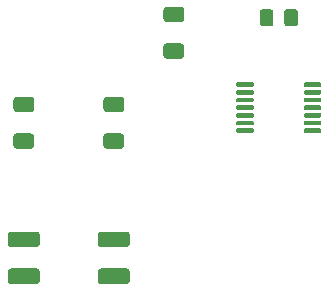
<source format=gtp>
G04 #@! TF.GenerationSoftware,KiCad,Pcbnew,(5.1.10)-1*
G04 #@! TF.CreationDate,2021-08-27T17:33:28-04:00*
G04 #@! TF.ProjectId,Coco3AppleRGB,436f636f-3341-4707-906c-655247422e6b,rev?*
G04 #@! TF.SameCoordinates,Original*
G04 #@! TF.FileFunction,Paste,Top*
G04 #@! TF.FilePolarity,Positive*
%FSLAX46Y46*%
G04 Gerber Fmt 4.6, Leading zero omitted, Abs format (unit mm)*
G04 Created by KiCad (PCBNEW (5.1.10)-1) date 2021-08-27 17:33:28*
%MOMM*%
%LPD*%
G01*
G04 APERTURE LIST*
G04 APERTURE END LIST*
G36*
G01*
X64939999Y-107580000D02*
X67140001Y-107580000D01*
G75*
G02*
X67390000Y-107829999I0J-249999D01*
G01*
X67390000Y-108655001D01*
G75*
G02*
X67140001Y-108905000I-249999J0D01*
G01*
X64939999Y-108905000D01*
G75*
G02*
X64690000Y-108655001I0J249999D01*
G01*
X64690000Y-107829999D01*
G75*
G02*
X64939999Y-107580000I249999J0D01*
G01*
G37*
G36*
G01*
X64939999Y-104455000D02*
X67140001Y-104455000D01*
G75*
G02*
X67390000Y-104704999I0J-249999D01*
G01*
X67390000Y-105530001D01*
G75*
G02*
X67140001Y-105780000I-249999J0D01*
G01*
X64939999Y-105780000D01*
G75*
G02*
X64690000Y-105530001I0J249999D01*
G01*
X64690000Y-104704999D01*
G75*
G02*
X64939999Y-104455000I249999J0D01*
G01*
G37*
G36*
G01*
X72559999Y-107580000D02*
X74760001Y-107580000D01*
G75*
G02*
X75010000Y-107829999I0J-249999D01*
G01*
X75010000Y-108655001D01*
G75*
G02*
X74760001Y-108905000I-249999J0D01*
G01*
X72559999Y-108905000D01*
G75*
G02*
X72310000Y-108655001I0J249999D01*
G01*
X72310000Y-107829999D01*
G75*
G02*
X72559999Y-107580000I249999J0D01*
G01*
G37*
G36*
G01*
X72559999Y-104455000D02*
X74760001Y-104455000D01*
G75*
G02*
X75010000Y-104704999I0J-249999D01*
G01*
X75010000Y-105530001D01*
G75*
G02*
X74760001Y-105780000I-249999J0D01*
G01*
X72559999Y-105780000D01*
G75*
G02*
X72310000Y-105530001I0J249999D01*
G01*
X72310000Y-104704999D01*
G75*
G02*
X72559999Y-104455000I249999J0D01*
G01*
G37*
G36*
G01*
X78115000Y-88530000D02*
X79365000Y-88530000D01*
G75*
G02*
X79615000Y-88780000I0J-250000D01*
G01*
X79615000Y-89580000D01*
G75*
G02*
X79365000Y-89830000I-250000J0D01*
G01*
X78115000Y-89830000D01*
G75*
G02*
X77865000Y-89580000I0J250000D01*
G01*
X77865000Y-88780000D01*
G75*
G02*
X78115000Y-88530000I250000J0D01*
G01*
G37*
G36*
G01*
X78115000Y-85430000D02*
X79365000Y-85430000D01*
G75*
G02*
X79615000Y-85680000I0J-250000D01*
G01*
X79615000Y-86480000D01*
G75*
G02*
X79365000Y-86730000I-250000J0D01*
G01*
X78115000Y-86730000D01*
G75*
G02*
X77865000Y-86480000I0J250000D01*
G01*
X77865000Y-85680000D01*
G75*
G02*
X78115000Y-85430000I250000J0D01*
G01*
G37*
G36*
G01*
X89755000Y-92130000D02*
X89755000Y-91930000D01*
G75*
G02*
X89855000Y-91830000I100000J0D01*
G01*
X91130000Y-91830000D01*
G75*
G02*
X91230000Y-91930000I0J-100000D01*
G01*
X91230000Y-92130000D01*
G75*
G02*
X91130000Y-92230000I-100000J0D01*
G01*
X89855000Y-92230000D01*
G75*
G02*
X89755000Y-92130000I0J100000D01*
G01*
G37*
G36*
G01*
X89755000Y-92780000D02*
X89755000Y-92580000D01*
G75*
G02*
X89855000Y-92480000I100000J0D01*
G01*
X91130000Y-92480000D01*
G75*
G02*
X91230000Y-92580000I0J-100000D01*
G01*
X91230000Y-92780000D01*
G75*
G02*
X91130000Y-92880000I-100000J0D01*
G01*
X89855000Y-92880000D01*
G75*
G02*
X89755000Y-92780000I0J100000D01*
G01*
G37*
G36*
G01*
X89755000Y-93430000D02*
X89755000Y-93230000D01*
G75*
G02*
X89855000Y-93130000I100000J0D01*
G01*
X91130000Y-93130000D01*
G75*
G02*
X91230000Y-93230000I0J-100000D01*
G01*
X91230000Y-93430000D01*
G75*
G02*
X91130000Y-93530000I-100000J0D01*
G01*
X89855000Y-93530000D01*
G75*
G02*
X89755000Y-93430000I0J100000D01*
G01*
G37*
G36*
G01*
X89755000Y-94080000D02*
X89755000Y-93880000D01*
G75*
G02*
X89855000Y-93780000I100000J0D01*
G01*
X91130000Y-93780000D01*
G75*
G02*
X91230000Y-93880000I0J-100000D01*
G01*
X91230000Y-94080000D01*
G75*
G02*
X91130000Y-94180000I-100000J0D01*
G01*
X89855000Y-94180000D01*
G75*
G02*
X89755000Y-94080000I0J100000D01*
G01*
G37*
G36*
G01*
X89755000Y-94730000D02*
X89755000Y-94530000D01*
G75*
G02*
X89855000Y-94430000I100000J0D01*
G01*
X91130000Y-94430000D01*
G75*
G02*
X91230000Y-94530000I0J-100000D01*
G01*
X91230000Y-94730000D01*
G75*
G02*
X91130000Y-94830000I-100000J0D01*
G01*
X89855000Y-94830000D01*
G75*
G02*
X89755000Y-94730000I0J100000D01*
G01*
G37*
G36*
G01*
X89755000Y-95380000D02*
X89755000Y-95180000D01*
G75*
G02*
X89855000Y-95080000I100000J0D01*
G01*
X91130000Y-95080000D01*
G75*
G02*
X91230000Y-95180000I0J-100000D01*
G01*
X91230000Y-95380000D01*
G75*
G02*
X91130000Y-95480000I-100000J0D01*
G01*
X89855000Y-95480000D01*
G75*
G02*
X89755000Y-95380000I0J100000D01*
G01*
G37*
G36*
G01*
X89755000Y-96030000D02*
X89755000Y-95830000D01*
G75*
G02*
X89855000Y-95730000I100000J0D01*
G01*
X91130000Y-95730000D01*
G75*
G02*
X91230000Y-95830000I0J-100000D01*
G01*
X91230000Y-96030000D01*
G75*
G02*
X91130000Y-96130000I-100000J0D01*
G01*
X89855000Y-96130000D01*
G75*
G02*
X89755000Y-96030000I0J100000D01*
G01*
G37*
G36*
G01*
X84030000Y-96030000D02*
X84030000Y-95830000D01*
G75*
G02*
X84130000Y-95730000I100000J0D01*
G01*
X85405000Y-95730000D01*
G75*
G02*
X85505000Y-95830000I0J-100000D01*
G01*
X85505000Y-96030000D01*
G75*
G02*
X85405000Y-96130000I-100000J0D01*
G01*
X84130000Y-96130000D01*
G75*
G02*
X84030000Y-96030000I0J100000D01*
G01*
G37*
G36*
G01*
X84030000Y-95380000D02*
X84030000Y-95180000D01*
G75*
G02*
X84130000Y-95080000I100000J0D01*
G01*
X85405000Y-95080000D01*
G75*
G02*
X85505000Y-95180000I0J-100000D01*
G01*
X85505000Y-95380000D01*
G75*
G02*
X85405000Y-95480000I-100000J0D01*
G01*
X84130000Y-95480000D01*
G75*
G02*
X84030000Y-95380000I0J100000D01*
G01*
G37*
G36*
G01*
X84030000Y-94730000D02*
X84030000Y-94530000D01*
G75*
G02*
X84130000Y-94430000I100000J0D01*
G01*
X85405000Y-94430000D01*
G75*
G02*
X85505000Y-94530000I0J-100000D01*
G01*
X85505000Y-94730000D01*
G75*
G02*
X85405000Y-94830000I-100000J0D01*
G01*
X84130000Y-94830000D01*
G75*
G02*
X84030000Y-94730000I0J100000D01*
G01*
G37*
G36*
G01*
X84030000Y-94080000D02*
X84030000Y-93880000D01*
G75*
G02*
X84130000Y-93780000I100000J0D01*
G01*
X85405000Y-93780000D01*
G75*
G02*
X85505000Y-93880000I0J-100000D01*
G01*
X85505000Y-94080000D01*
G75*
G02*
X85405000Y-94180000I-100000J0D01*
G01*
X84130000Y-94180000D01*
G75*
G02*
X84030000Y-94080000I0J100000D01*
G01*
G37*
G36*
G01*
X84030000Y-93430000D02*
X84030000Y-93230000D01*
G75*
G02*
X84130000Y-93130000I100000J0D01*
G01*
X85405000Y-93130000D01*
G75*
G02*
X85505000Y-93230000I0J-100000D01*
G01*
X85505000Y-93430000D01*
G75*
G02*
X85405000Y-93530000I-100000J0D01*
G01*
X84130000Y-93530000D01*
G75*
G02*
X84030000Y-93430000I0J100000D01*
G01*
G37*
G36*
G01*
X84030000Y-92780000D02*
X84030000Y-92580000D01*
G75*
G02*
X84130000Y-92480000I100000J0D01*
G01*
X85405000Y-92480000D01*
G75*
G02*
X85505000Y-92580000I0J-100000D01*
G01*
X85505000Y-92780000D01*
G75*
G02*
X85405000Y-92880000I-100000J0D01*
G01*
X84130000Y-92880000D01*
G75*
G02*
X84030000Y-92780000I0J100000D01*
G01*
G37*
G36*
G01*
X84030000Y-92130000D02*
X84030000Y-91930000D01*
G75*
G02*
X84130000Y-91830000I100000J0D01*
G01*
X85405000Y-91830000D01*
G75*
G02*
X85505000Y-91930000I0J-100000D01*
G01*
X85505000Y-92130000D01*
G75*
G02*
X85405000Y-92230000I-100000J0D01*
G01*
X84130000Y-92230000D01*
G75*
G02*
X84030000Y-92130000I0J100000D01*
G01*
G37*
G36*
G01*
X66665000Y-94350000D02*
X65415000Y-94350000D01*
G75*
G02*
X65165000Y-94100000I0J250000D01*
G01*
X65165000Y-93300000D01*
G75*
G02*
X65415000Y-93050000I250000J0D01*
G01*
X66665000Y-93050000D01*
G75*
G02*
X66915000Y-93300000I0J-250000D01*
G01*
X66915000Y-94100000D01*
G75*
G02*
X66665000Y-94350000I-250000J0D01*
G01*
G37*
G36*
G01*
X66665000Y-97450000D02*
X65415000Y-97450000D01*
G75*
G02*
X65165000Y-97200000I0J250000D01*
G01*
X65165000Y-96400000D01*
G75*
G02*
X65415000Y-96150000I250000J0D01*
G01*
X66665000Y-96150000D01*
G75*
G02*
X66915000Y-96400000I0J-250000D01*
G01*
X66915000Y-97200000D01*
G75*
G02*
X66665000Y-97450000I-250000J0D01*
G01*
G37*
G36*
G01*
X74285000Y-94350000D02*
X73035000Y-94350000D01*
G75*
G02*
X72785000Y-94100000I0J250000D01*
G01*
X72785000Y-93300000D01*
G75*
G02*
X73035000Y-93050000I250000J0D01*
G01*
X74285000Y-93050000D01*
G75*
G02*
X74535000Y-93300000I0J-250000D01*
G01*
X74535000Y-94100000D01*
G75*
G02*
X74285000Y-94350000I-250000J0D01*
G01*
G37*
G36*
G01*
X74285000Y-97450000D02*
X73035000Y-97450000D01*
G75*
G02*
X72785000Y-97200000I0J250000D01*
G01*
X72785000Y-96400000D01*
G75*
G02*
X73035000Y-96150000I250000J0D01*
G01*
X74285000Y-96150000D01*
G75*
G02*
X74535000Y-96400000I0J-250000D01*
G01*
X74535000Y-97200000D01*
G75*
G02*
X74285000Y-97450000I-250000J0D01*
G01*
G37*
G36*
G01*
X87180000Y-85885000D02*
X87180000Y-86835000D01*
G75*
G02*
X86930000Y-87085000I-250000J0D01*
G01*
X86255000Y-87085000D01*
G75*
G02*
X86005000Y-86835000I0J250000D01*
G01*
X86005000Y-85885000D01*
G75*
G02*
X86255000Y-85635000I250000J0D01*
G01*
X86930000Y-85635000D01*
G75*
G02*
X87180000Y-85885000I0J-250000D01*
G01*
G37*
G36*
G01*
X89255000Y-85885000D02*
X89255000Y-86835000D01*
G75*
G02*
X89005000Y-87085000I-250000J0D01*
G01*
X88330000Y-87085000D01*
G75*
G02*
X88080000Y-86835000I0J250000D01*
G01*
X88080000Y-85885000D01*
G75*
G02*
X88330000Y-85635000I250000J0D01*
G01*
X89005000Y-85635000D01*
G75*
G02*
X89255000Y-85885000I0J-250000D01*
G01*
G37*
M02*

</source>
